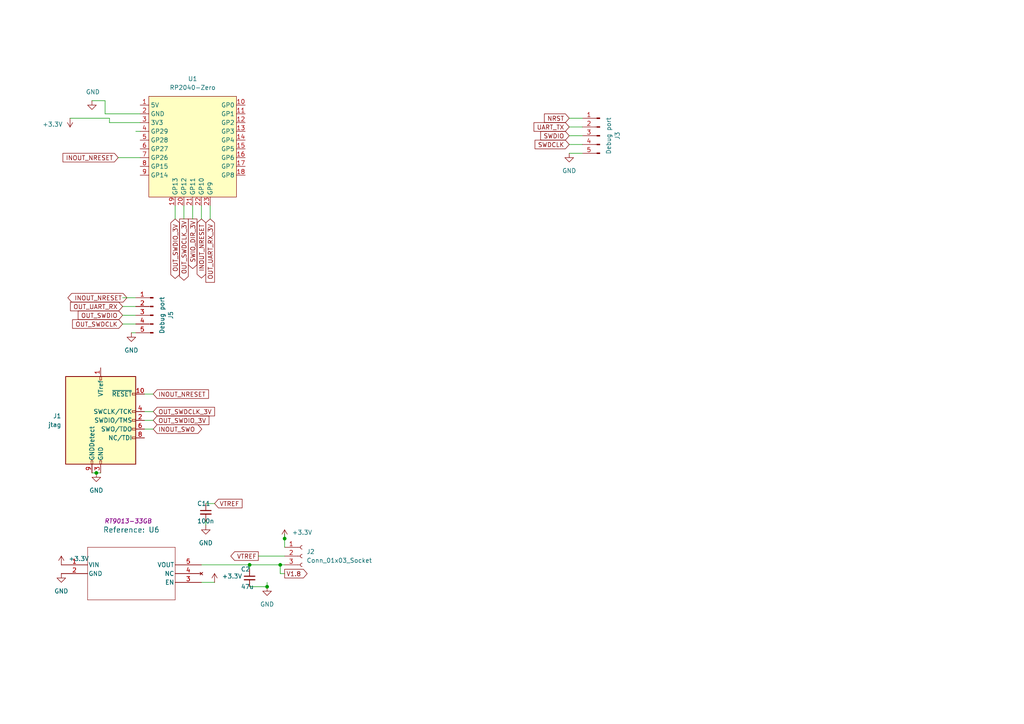
<source format=kicad_sch>
(kicad_sch (version 20231120) (generator "eeschema") (generator_version "8.0")
  (paper "A4")
  (title_block (title "Swindle RP2040 ZERO") (rev "0"))
  (lib_symbols
    (symbol "2024-10-20_09-04-45:RT9013-33GB" (pin_names (offset 0.254))
      (property "Reference" "U" (at 20.32 10.16 0))
      (property "Value" "RT9013-33GB" (at 20.32 7.62 0))
      (symbol "RT9013-33GB_0_1"
        (polyline (pts (xy 7.62 -10.16) (xy 33.02 -10.16)) (stroke (width 0.127)))
        (polyline (pts (xy 7.62 5.08) (xy 7.62 -10.16)) (stroke (width 0.127)))
        (polyline (pts (xy 33.02 -10.16) (xy 33.02 5.08)) (stroke (width 0.127)))
        (polyline (pts (xy 33.02 5.08) (xy 7.62 5.08)) (stroke (width 0.127)))
        (pin input line (at 0 0 0) (length 7.62) (name "VIN") (number "1"))
        (pin power_out line (at 0 -2.54 0) (length 7.62) (name "GND") (number "2"))
        (pin unspecified line (at 40.64 -5.08 180) (length 7.62) (name "EN") (number "3"))
        (pin no_connect line (at 40.64 -2.54 180) (length 7.62) (name "NC") (number "4"))
        (pin output line (at 40.64 0 180) (length 7.62) (name "VOUT") (number "5"))
      )
    )
    (symbol "CarrierZero:RP2040-Zero"
      (property "Reference" "U" (at 0 0 0))
      (property "Value" "RP2040-Zero" (at 0 8.89 0))
      (symbol "RP2040-Zero_0_1"
        (rectangle (start -12.7 7.62) (end 12.7 -21.59) (fill (type background)))
      )
      (symbol "RP2040-Zero_1_1"
        (pin power_in line (at -15.24 5.08 0) (length 2.54) (name "5V") (number "1"))
        (pin bidirectional line (at 15.24 5.08 180) (length 2.54) (name "GP0") (number "10"))
        (pin bidirectional line (at 15.24 2.54 180) (length 2.54) (name "GP1") (number "11"))
        (pin bidirectional line (at 15.24 0 180) (length 2.54) (name "GP2") (number "12"))
        (pin bidirectional line (at 15.24 -2.54 180) (length 2.54) (name "GP3") (number "13"))
        (pin bidirectional line (at 15.24 -5.08 180) (length 2.54) (name "GP4") (number "14"))
        (pin bidirectional line (at 15.24 -7.62 180) (length 2.54) (name "GP5") (number "15"))
        (pin bidirectional line (at 15.24 -10.16 180) (length 2.54) (name "GP6") (number "16"))
        (pin bidirectional line (at 15.24 -12.7 180) (length 2.54) (name "GP7") (number "17"))
        (pin bidirectional line (at 15.24 -15.24 180) (length 2.54) (name "GP8") (number "18"))
        (pin bidirectional line (at -5.08 -24.13 90) (length 2.54) (name "GP13") (number "19"))
        (pin power_in line (at -15.24 2.54 0) (length 2.54) (name "GND") (number "2"))
        (pin bidirectional line (at -2.54 -24.13 90) (length 2.54) (name "GP12") (number "20"))
        (pin bidirectional line (at 0 -24.13 90) (length 2.54) (name "GP11") (number "21"))
        (pin bidirectional line (at 2.54 -24.13 90) (length 2.54) (name "GP10") (number "22"))
        (pin bidirectional line (at 5.08 -24.13 90) (length 2.54) (name "GP9") (number "23"))
        (pin power_in line (at -15.24 0 0) (length 2.54) (name "3V3") (number "3"))
        (pin bidirectional line (at -15.24 -2.54 0) (length 2.54) (name "GP29") (number "4"))
        (pin bidirectional line (at -15.24 -5.08 0) (length 2.54) (name "GP28") (number "5"))
        (pin bidirectional line (at -15.24 -7.62 0) (length 2.54) (name "GP27") (number "6"))
        (pin bidirectional line (at -15.24 -10.16 0) (length 2.54) (name "GP26") (number "7"))
        (pin bidirectional line (at -15.24 -12.7 0) (length 2.54) (name "GP15") (number "8"))
        (pin bidirectional line (at -15.24 -15.24 0) (length 2.54) (name "GP14") (number "9"))
      )
    )
    (symbol "Connector:Conn_01x03_Socket" (pin_names (offset 1.016) hide)
      (property "Reference" "J" (at 0 5.08 0))
      (property "Value" "Conn_01x03_Socket" (at 0 -5.08 0))
      (symbol "Conn_01x03_Socket_1_1"
        (arc (start 0 -2.032) (mid -0.5058 -2.54) (end 0 -3.048) (stroke (width 0.1524)))
        (polyline (pts (xy -1.27 -2.54) (xy -0.508 -2.54)) (stroke (width 0.1524)))
        (polyline (pts (xy -1.27 0) (xy -0.508 0)) (stroke (width 0.1524)))
        (polyline (pts (xy -1.27 2.54) (xy -0.508 2.54)) (stroke (width 0.1524)))
        (arc (start 0 0.508) (mid -0.5058 0) (end 0 -0.508) (stroke (width 0.1524)))
        (arc (start 0 3.048) (mid -0.5058 2.54) (end 0 2.032) (stroke (width 0.1524)))
        (pin passive line (at -5.08 2.54 0) (length 3.81) (name "Pin_1") (number "1"))
        (pin passive line (at -5.08 0 0) (length 3.81) (name "Pin_2") (number "2"))
        (pin passive line (at -5.08 -2.54 0) (length 3.81) (name "Pin_3") (number "3"))
      )
    )
    (symbol "Connector:Conn_01x05_Male" (pin_names (offset 1.016) hide)
      (property "Reference" "J" (at 0 7.62 0))
      (property "Value" "Conn_01x05_Male" (at 0 -7.62 0))
      (symbol "Conn_01x05_Male_1_1"
        (polyline (pts (xy 1.27 -5.08) (xy 0.8636 -5.08)) (stroke (width 0.1524)))
        (polyline (pts (xy 1.27 -2.54) (xy 0.8636 -2.54)) (stroke (width 0.1524)))
        (polyline (pts (xy 1.27 0) (xy 0.8636 0)) (stroke (width 0.1524)))
        (polyline (pts (xy 1.27 2.54) (xy 0.8636 2.54)) (stroke (width 0.1524)))
        (polyline (pts (xy 1.27 5.08) (xy 0.8636 5.08)) (stroke (width 0.1524)))
        (rectangle (start 0.8636 -4.953) (end 0 -5.207) (stroke (width 0.1524)) (fill (type outline)))
        (rectangle (start 0.8636 -2.413) (end 0 -2.667) (stroke (width 0.1524)) (fill (type outline)))
        (rectangle (start 0.8636 0.127) (end 0 -0.127) (stroke (width 0.1524)) (fill (type outline)))
        (rectangle (start 0.8636 2.667) (end 0 2.413) (stroke (width 0.1524)) (fill (type outline)))
        (rectangle (start 0.8636 5.207) (end 0 4.953) (stroke (width 0.1524)) (fill (type outline)))
        (pin passive line (at 5.08 5.08 180) (length 3.81) (name "Pin_1") (number "1"))
        (pin passive line (at 5.08 2.54 180) (length 3.81) (name "Pin_2") (number "2"))
        (pin passive line (at 5.08 0 180) (length 3.81) (name "Pin_3") (number "3"))
        (pin passive line (at 5.08 -2.54 180) (length 3.81) (name "Pin_4") (number "4"))
        (pin passive line (at 5.08 -5.08 180) (length 3.81) (name "Pin_5") (number "5"))
      )
    )
    (symbol "Connector:Conn_ARM_JTAG_SWD_10" (pin_names (offset 1.016))
      (property "Reference" "J" (at -2.54 16.51 0))
      (property "Value" "Conn_ARM_JTAG_SWD_10" (at -2.54 13.97 0))
      (symbol "Conn_ARM_JTAG_SWD_10_0_1"
        (rectangle (start -10.16 12.7) (end 10.16 -12.7) (stroke (width 0.254)) (fill (type background)))
        (rectangle (start -2.794 -12.7) (end -2.286 -11.684))
        (rectangle (start -0.254 -12.7) (end 0.254 -11.684))
        (rectangle (start -0.254 12.7) (end 0.254 11.684))
        (rectangle (start 9.144 2.286) (end 10.16 2.794))
        (rectangle (start 10.16 -2.794) (end 9.144 -2.286))
        (rectangle (start 10.16 -0.254) (end 9.144 0.254))
        (rectangle (start 10.16 7.874) (end 9.144 7.366))
      )
      (symbol "Conn_ARM_JTAG_SWD_10_1_1"
        (rectangle (start 9.144 -5.334) (end 10.16 -4.826))
        (pin power_in line (at 0 15.24 270) (length 2.54) (name "VTref") (number "1"))
        (pin open_collector line (at 12.7 7.62 180) (length 2.54) (name "~{RESET}") (number "10"))
        (pin bidirectional line (at 12.7 0 180) (length 2.54) (name "SWDIO/TMS") (number "2"))
        (pin power_in line (at 0 -15.24 90) (length 2.54) (name "GND") (number "3"))
        (pin output line (at 12.7 2.54 180) (length 2.54) (name "SWCLK/TCK") (number "4"))
        (pin passive line (at 0 -15.24 90) (length 2.54) hide (name "GND") (number "5"))
        (pin input line (at 12.7 -2.54 180) (length 2.54) (name "SWO/TDO") (number "6"))
        (pin no_connect line (at -10.16 0 0) (length 2.54) hide (name "KEY") (number "7"))
        (pin output line (at 12.7 -5.08 180) (length 2.54) (name "NC/TDI") (number "8"))
        (pin passive line (at -2.54 -15.24 90) (length 2.54) (name "GNDDetect") (number "9"))
      )
    )
    (symbol "Device:C_Small" (pin_numbers hide) (pin_names (offset 0.254) hide)
      (property "Reference" "C" (at 0.254 1.778 0))
      (property "Value" "C_Small" (at 0.254 -2.032 0))
      (symbol "C_Small_0_1"
        (polyline (pts (xy -1.524 -0.508) (xy 1.524 -0.508)) (stroke (width 0.3302)))
        (polyline (pts (xy -1.524 0.508) (xy 1.524 0.508)) (stroke (width 0.3048)))
      )
      (symbol "C_Small_1_1"
        (pin passive line (at 0 2.54 270) (length 2.032) (name "~") (number "1"))
        (pin passive line (at 0 -2.54 90) (length 2.032) (name "~") (number "2"))
      )
    )
    (symbol "power:+3.3V" (power) (pin_numbers hide) (pin_names (offset 0) hide)
      (property "Value" "+3.3V" (at 0 3.556 0))
      (symbol "+3.3V_0_1"
        (polyline (pts (xy -0.762 1.27) (xy 0 2.54)))
        (polyline (pts (xy 0 0) (xy 0 2.54)))
        (polyline (pts (xy 0 2.54) (xy 0.762 1.27)))
      )
      (symbol "+3.3V_1_1"
        (pin power_in line (at 0 0 90) (length 0) (name "~") (number "1"))
      )
    )
    (symbol "power:GND" (power) (pin_numbers hide) (pin_names (offset 0) hide)
      (property "Value" "GND" (at 0 -3.81 0))
      (symbol "GND_0_1"
        (polyline (pts (xy 0 0) (xy 0 -1.27) (xy 1.27 -1.27) (xy 0 -2.54) (xy -1.27 -1.27) (xy 0 -1.27)))
      )
      (symbol "GND_1_1"
        (pin power_in line (at 0 0 270) (length 0) (name "~") (number "1"))
      )
    )
  )
  (junction (at 77.47 170.18))
  (junction (at 81.28 163.83))
  (junction (at 27.94 137.16))
  (junction (at 82.55 156.21))
  (junction (at 72.39 163.83))
  (wire (pts (xy 30.48 33.02) (xy 40.64 33.02)))
  (wire (pts (xy 81.28 166.37) (xy 81.28 163.83)))
  (wire (pts (xy 60.96 59.69) (xy 60.96 63.5)))
  (wire (pts (xy 31.75 35.56) (xy 40.64 35.56)))
  (wire (pts (xy 41.91 119.38) (xy 44.45 119.38)))
  (wire (pts (xy 55.88 59.69) (xy 55.88 63.5)))
  (wire (pts (xy 53.34 59.69) (xy 53.34 63.5)))
  (wire (pts (xy 168.91 34.29) (xy 165.1 34.29)))
  (wire (pts (xy 30.48 29.21) (xy 26.67 29.21)))
  (wire (pts (xy 72.39 170.18) (xy 77.47 170.18)))
  (wire (pts (xy 38.1 96.52) (xy 39.37 96.52)))
  (wire (pts (xy 20.32 34.29) (xy 31.75 34.29)))
  (wire (pts (xy 35.56 86.36) (xy 39.37 86.36)))
  (wire (pts (xy 77.47 168.91) (xy 77.47 170.18)))
  (wire (pts (xy 59.69 151.13) (xy 59.69 152.4)))
  (wire (pts (xy 27.94 137.16) (xy 29.21 137.16)))
  (wire (pts (xy 168.91 36.83) (xy 165.1 36.83)))
  (wire (pts (xy 59.69 146.05) (xy 62.23 146.05)))
  (wire (pts (xy 39.37 38.1) (xy 40.64 38.1)))
  (wire (pts (xy 41.91 121.92) (xy 44.45 121.92)))
  (wire (pts (xy 30.48 33.02) (xy 30.48 29.21)))
  (wire (pts (xy 82.55 156.21) (xy 82.55 158.75)))
  (wire (pts (xy 74.93 161.29) (xy 82.55 161.29)))
  (wire (pts (xy 41.91 114.3) (xy 44.45 114.3)))
  (wire (pts (xy 82.55 166.37) (xy 81.28 166.37)))
  (wire (pts (xy 168.91 44.45) (xy 165.1 44.45)))
  (wire (pts (xy 35.56 88.9) (xy 39.37 88.9)))
  (wire (pts (xy 35.56 93.98) (xy 39.37 93.98)))
  (wire (pts (xy 81.28 163.83) (xy 82.55 163.83)))
  (wire (pts (xy 72.39 163.83) (xy 81.28 163.83)))
  (wire (pts (xy 58.42 168.91) (xy 62.23 168.91)))
  (wire (pts (xy 31.75 34.29) (xy 31.75 35.56)))
  (wire (pts (xy 58.42 163.83) (xy 72.39 163.83)))
  (wire (pts (xy 168.91 39.37) (xy 165.1 39.37)))
  (wire (pts (xy 58.42 59.69) (xy 58.42 63.5)))
  (wire (pts (xy 34.29 45.72) (xy 40.64 45.72)))
  (wire (pts (xy 35.56 91.44) (xy 39.37 91.44)))
  (wire (pts (xy 82.55 154.94) (xy 82.55 156.21)))
  (wire (pts (xy 50.8 59.69) (xy 50.8 63.5)))
  (wire (pts (xy 26.67 137.16) (xy 27.94 137.16)))
  (wire (pts (xy 41.91 124.46) (xy 44.45 124.46)))
  (wire (pts (xy 168.91 41.91) (xy 165.1 41.91)))
  (wire (pts (xy 72.39 163.83) (xy 72.39 165.1)))
  (global_label "INOUT_NRESET" (shape input) (at 34.29 45.72 180) (property "Intersheetrefs" "${INTERSHEET_REFS}" (effects (hide yes))))
  (global_label "INOUT_SWO" (shape bidirectional) (at 44.45 124.46 0) (property "Intersheetrefs" "${INTERSHEET_REFS}" (effects (hide yes))))
  (global_label "V1.8" (shape output) (at 82.55 166.37 0) (property "Intersheetrefs" "${INTERSHEET_REFS}" (effects (hide yes))))
  (global_label "OUT_SWDIO_3V" (shape input) (at 44.45 121.92 0) (property "Intersheetrefs" "${INTERSHEET_REFS}" (effects (hide yes))))
  (global_label "OUT_SWDIO" (shape input) (at 35.56 91.44 180) (property "Intersheetrefs" "${INTERSHEET_REFS}" (effects (hide yes))))
  (global_label "INOUT_NRESET" (shape input) (at 44.45 114.3 0) (property "Intersheetrefs" "${INTERSHEET_REFS}" (effects (hide yes))))
  (global_label "OUT_UART_RX" (shape input) (at 35.56 88.9 180) (property "Intersheetrefs" "${INTERSHEET_REFS}" (effects (hide yes))))
  (global_label "SWDIO" (shape input) (at 165.1 39.37 180) (property "Intersheetrefs" "${INTERSHEET_REFS}" (effects (hide yes))))
  (global_label "UART_TX" (shape input) (at 165.1 36.83 180) (property "Intersheetrefs" "${INTERSHEET_REFS}" (effects (hide yes))))
  (global_label "OUT_SWDCLK_3V" (shape output) (at 53.34 63.5 270) (property "Intersheetrefs" "${INTERSHEET_REFS}" (effects (hide yes))))
  (global_label "OUT_SWDIO_3V" (shape bidirectional) (at 50.8 63.5 270) (property "Intersheetrefs" "${INTERSHEET_REFS}" (effects (hide yes))))
  (global_label "OUT_SWDCLK" (shape input) (at 35.56 93.98 180) (property "Intersheetrefs" "${INTERSHEET_REFS}" (effects (hide yes))))
  (global_label "OUT_SWDCLK_3V" (shape input) (at 44.45 119.38 0) (property "Intersheetrefs" "${INTERSHEET_REFS}" (effects (hide yes))))
  (global_label "INOUT_NRESET" (shape bidirectional) (at 58.42 63.5 270) (property "Intersheetrefs" "${INTERSHEET_REFS}" (effects (hide yes))))
  (global_label "OUT_UART_RX_3V" (shape input) (at 60.96 63.5 270) (property "Intersheetrefs" "${INTERSHEET_REFS}" (effects (hide yes))))
  (global_label "INOUT_NRESET" (shape bidirectional) (at 36.83 86.36 180) (property "Intersheetrefs" "${INTERSHEET_REFS}" (effects (hide yes))))
  (global_label "SWIO_DIR_3V" (shape output) (at 55.88 63.5 270) (property "Intersheetrefs" "${INTERSHEET_REFS}" (effects (hide yes))))
  (global_label "NRST" (shape input) (at 165.1 34.29 180) (property "Intersheetrefs" "${INTERSHEET_REFS}" (effects (hide yes))))
  (global_label "VTREF" (shape output) (at 74.93 161.29 180) (property "Intersheetrefs" "${INTERSHEET_REFS}" (effects (hide yes))))
  (global_label "SWDCLK" (shape input) (at 165.1 41.91 180) (property "Intersheetrefs" "${INTERSHEET_REFS}" (effects (hide yes))))
  (global_label "VTREF" (shape input) (at 62.23 146.05 0) (property "Intersheetrefs" "${INTERSHEET_REFS}" (effects (hide yes))))
  (symbol (lib_id "Connector:Conn_01x05_Male") (at 44.45 91.44 0) (mirror y) (unit 1)
    (property "Reference" "J5" (at 49.53 91.44 90))
    (property "Value" "Debug port" (at 46.99 91.44 90))
    (property "Footprint" "Con5" (effects (hide yes)))
  )
  (symbol (lib_id "power:GND") (at 59.69 152.4 0) (unit 1)
    (property "Reference" "#PWR013" (effects (hide yes)))
    (property "Value" "GND" (at 59.69 157.48 0))
    (property "Description" "Power symbol creates a global label with name \"GND\" , ground" (effects (hide yes)))
  )
  (symbol (lib_id "Connector:Conn_01x03_Socket") (at 87.63 161.29 0) (unit 1)
    (property "Reference" "J2" (at 88.9 160.0199 0) (effects (justify left)))
    (property "Value" "Conn_01x03_Socket" (at 88.9 162.5599 0) (effects (justify left)))
    (property "Footprint" "Connector_PinHeader_2.54mm:PinHeader_1x03_P2.54mm_Vertical" (effects (hide yes)))
    (property "Description" "Generic connector, single row, 01x03, script generated" (effects (hide yes)))
  )
  (symbol (lib_id "power:GND") (at 27.94 137.16 0) (unit 1)
    (property "Reference" "#PWR010" (effects (hide yes)))
    (property "Value" "GND" (at 27.94 142.24 0))
    (property "Description" "Power symbol creates a global label with name \"GND\" , ground" (effects (hide yes)))
  )
  (symbol (lib_id "2024-10-20_09-04-45:RT9013-33GB") (at 17.78 163.83 0) (unit 1)
    (property "Reference" "U6" (at 38.1 153.67 0) (show_name yes) (effects (font (size 1.524 1.524))))
    (property "Value" "RT9013-33GB" (effects (hide yes)))
    (property "Footprint" "PCM_Package_TO_SOT_SMD_AKL:TSOT-23-5" (effects (hide yes)))
    (property "Datasheet" "RT9013-33GB" (at 37.084 151.13 0) (effects (font (italic yes))))
  )
  (symbol (lib_id "Device:C_Small") (at 72.39 167.64 0) (unit 1)
    (property "Reference" "C2" (at 69.85 165.1 0) (effects (justify left)))
    (property "Value" "47u" (at 69.85 170.18 0) (effects (justify left)))
    (property "Footprint" "Resistor_SMD:R_1210_3225Metric" (effects (hide yes)))
    (property "Description" "Unpolarized capacitor, small symbol" (effects (hide yes)))
  )
  (symbol (lib_id "power:GND") (at 77.47 170.18 0) (unit 1)
    (property "Reference" "#PWR032" (effects (hide yes)))
    (property "Value" "GND" (at 77.47 175.26 0))
    (property "Description" "Power symbol creates a global label with name \"GND\" , ground" (effects (hide yes)))
  )
  (symbol (lib_id "CarrierZero:RP2040-Zero") (at 55.88 35.56 0) (unit 1)
    (property "Reference" "U1" (at 55.88 22.86 0))
    (property "Value" "RP2040-Zero" (at 55.88 25.4 0))
    (property "Footprint" "RP2040 Carrier:RP2040 Zero" (effects (hide yes)))
  )
  (symbol (lib_id "power:GND") (at 17.78 166.37 0) (unit 1)
    (property "Reference" "#PWR030" (effects (hide yes)))
    (property "Value" "GND" (at 17.78 171.45 0))
    (property "Description" "Power symbol creates a global label with name \"GND\" , ground" (effects (hide yes)))
  )
  (symbol (lib_id "power:+3.3V") (at 62.23 168.91 0) (unit 1)
    (property "Reference" "#PWR031" (effects (hide yes)))
    (property "Value" "+3.3V" (at 67.31 167.132 0))
    (property "Description" "Power symbol creates a global label with name \"+3.3V\"" (effects (hide yes)))
  )
  (symbol (lib_id "power:+3.3V") (at 20.32 34.29 180) (unit 1)
    (property "Reference" "#PWR01" (effects (hide yes)))
    (property "Value" "+3.3V" (at 15.24 36.068 0))
    (property "Description" "Power symbol creates a global label with name \"+3.3V\"" (effects (hide yes)))
  )
  (symbol (lib_id "Device:C_Small") (at 59.69 148.59 0) (unit 1)
    (property "Reference" "C11" (at 57.15 146.05 0) (effects (justify left)))
    (property "Value" "100n" (at 57.15 151.13 0) (effects (justify left)))
    (property "Footprint" "Resistor_SMD:R_0603_1608Metric" (effects (hide yes)))
    (property "Description" "Unpolarized capacitor, small symbol" (effects (hide yes)))
  )
  (symbol (lib_id "Connector:Conn_ARM_JTAG_SWD_10") (at 29.21 121.92 0) (unit 1)
    (property "Reference" "J1" (at 17.78 120.6499 0) (effects (justify right)))
    (property "Value" "jtag" (at 17.78 123.1899 0) (effects (justify right)))
    (property "Footprint" "Connector_PinHeader_1.27mm:PinHeader_2x05_P1.27mm_Vertical_SMD" (effects (hide yes)))
    (property "Datasheet" "http://infocenter.arm.com/help/topic/com.arm.doc.ddi0314h/DDI0314H_coresight_components_trm.pdf" (effects (hide yes)))
    (property "Description" "Cortex Debug Connector, standard ARM Cortex-M SWD and JTAG interface" (effects (hide yes)))
  )
  (symbol (lib_id "power:GND") (at 165.1 44.45 0) (unit 1)
    (property "Reference" "#PWR04" (effects (hide yes)))
    (property "Value" "GND" (at 165.1 49.53 0))
  )
  (symbol (lib_id "power:+3.3V") (at 82.55 156.21 0) (unit 1)
    (property "Reference" "#PWR033" (effects (hide yes)))
    (property "Value" "+3.3V" (at 87.63 154.432 0))
    (property "Description" "Power symbol creates a global label with name \"+3.3V\"" (effects (hide yes)))
  )
  (symbol (lib_id "power:+3.3V") (at 17.78 163.83 0) (unit 1)
    (property "Reference" "#PWR029" (effects (hide yes)))
    (property "Value" "+3.3V" (at 22.86 162.052 0))
    (property "Description" "Power symbol creates a global label with name \"+3.3V\"" (effects (hide yes)))
  )
  (symbol (lib_id "Connector:Conn_01x05_Male") (at 173.99 39.37 0) (mirror y) (unit 1)
    (property "Reference" "J3" (at 179.07 39.37 90))
    (property "Value" "Debug port" (at 176.53 39.37 90))
    (property "Footprint" "Connector_PinHeader_1.00mm:PinHeader_1x05_P1.00mm_Vertical" (effects (hide yes)))
  )
  (symbol (lib_id "power:GND") (at 26.67 29.21 0) (unit 1)
    (property "Reference" "#PWR02" (effects (hide yes)))
    (property "Value" "GND" (at 26.924 26.67 0))
    (property "Description" "Power symbol creates a global label with name \"GND\" , ground" (effects (hide yes)))
  )
  (symbol (lib_id "power:GND") (at 38.1 96.52 0) (unit 1)
    (property "Reference" "#PWR020" (effects (hide yes)))
    (property "Value" "GND" (at 38.1 101.6 0))
    (property "Description" "Power symbol creates a global label with name \"GND\" , ground" (effects (hide yes)))
  )
)
</source>
